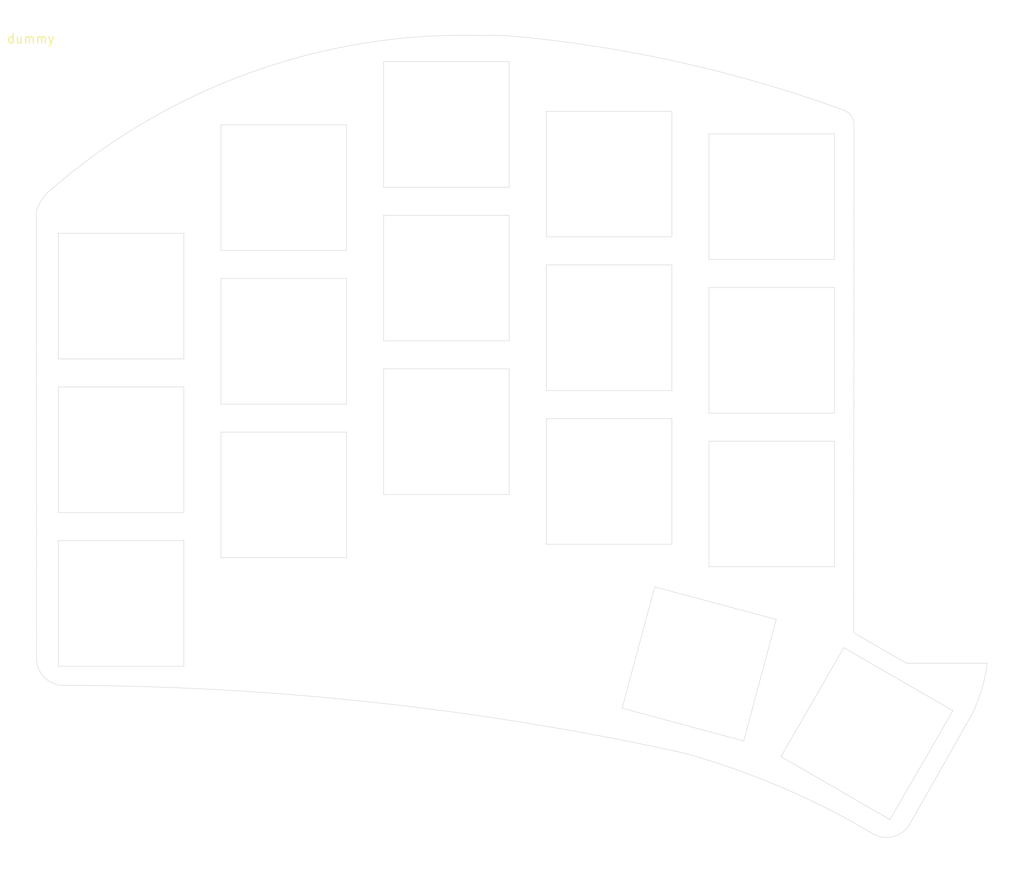
<source format=kicad_pcb>
(kicad_pcb (version 20171130) (host pcbnew 5.1.9)

  (general
    (thickness 1.6)
    (drawings 178)
    (tracks 0)
    (zones 0)
    (modules 1)
    (nets 1)
  )

  (page A4)
  (layers
    (0 F.Cu signal)
    (31 B.Cu signal)
    (32 B.Adhes user)
    (33 F.Adhes user)
    (34 B.Paste user)
    (35 F.Paste user)
    (36 B.SilkS user)
    (37 F.SilkS user)
    (38 B.Mask user)
    (39 F.Mask user)
    (40 Dwgs.User user)
    (41 Cmts.User user)
    (42 Eco1.User user)
    (43 Eco2.User user)
    (44 Edge.Cuts user)
    (45 Margin user)
    (46 B.CrtYd user)
    (47 F.CrtYd user)
    (48 B.Fab user)
    (49 F.Fab user)
  )

  (setup
    (last_trace_width 0.25)
    (trace_clearance 0.2)
    (zone_clearance 0.508)
    (zone_45_only no)
    (trace_min 0.2)
    (via_size 0.8)
    (via_drill 0.4)
    (via_min_size 0.4)
    (via_min_drill 0.3)
    (uvia_size 0.3)
    (uvia_drill 0.1)
    (uvias_allowed no)
    (uvia_min_size 0.2)
    (uvia_min_drill 0.1)
    (edge_width 0.05)
    (segment_width 0.2)
    (pcb_text_width 0.3)
    (pcb_text_size 1.5 1.5)
    (mod_edge_width 0.12)
    (mod_text_size 1 1)
    (mod_text_width 0.15)
    (pad_size 1.524 1.524)
    (pad_drill 0.762)
    (pad_to_mask_clearance 0.05)
    (aux_axis_origin 0 0)
    (visible_elements FFFFFFFF)
    (pcbplotparams
      (layerselection 0x010fc_ffffffff)
      (usegerberextensions false)
      (usegerberattributes true)
      (usegerberadvancedattributes true)
      (creategerberjobfile true)
      (excludeedgelayer true)
      (linewidth 0.100000)
      (plotframeref false)
      (viasonmask false)
      (mode 1)
      (useauxorigin false)
      (hpglpennumber 1)
      (hpglpenspeed 20)
      (hpglpendiameter 15.000000)
      (psnegative false)
      (psa4output false)
      (plotreference false)
      (plotvalue false)
      (plotinvisibletext false)
      (padsonsilk false)
      (subtractmaskfromsilk false)
      (outputformat 1)
      (mirror false)
      (drillshape 0)
      (scaleselection 1)
      (outputdirectory ""))
  )

  (net 0 "")

  (net_class Default "This is the default net class."
    (clearance 0.2)
    (trace_width 0.25)
    (via_dia 0.8)
    (via_drill 0.4)
    (uvia_dia 0.3)
    (uvia_drill 0.1)
  )

  (net_class Power ""
    (clearance 0.2)
    (trace_width 0.3)
    (via_dia 0.8)
    (via_drill 0.4)
    (uvia_dia 0.3)
    (uvia_drill 0.1)
  )

  (module dummy:dummy (layer F.Cu) (tedit 604AAE8F) (tstamp 606383FE)
    (at 12.01 12.03)
    (fp_text reference dummy (at 0 0.5) (layer F.SilkS)
      (effects (font (size 1 1) (thickness 0.15)))
    )
    (fp_text value dummy (at 0 -0.5) (layer F.Fab)
      (effects (font (size 1 1) (thickness 0.15)))
    )
  )

  (gr_line (start 116.174774 87.240588) (end 109.326469 99.33052) (layer Edge.Cuts) (width 0.05) (tstamp 60637E2F))
  (gr_arc (start 106.70685 97.938124) (end 105.29885 100.549389) (angle -90.34182972) (layer Edge.Cuts) (width 0.05) (tstamp 60637E1B))
  (gr_arc (start 61.59 173.76) (end 105.29885 100.549389) (angle -15.53366677) (layer Edge.Cuts) (width 0.05) (tstamp 60637DF1))
  (gr_arc (start 15.157962 407.009423) (end 84.096173 91.518105) (angle -12.26886215) (layer Edge.Cuts) (width 0.05) (tstamp 60637D5A))
  (gr_arc (start 15.157962 407.009438) (end 84.370665 90.557556) (angle -12.23959981) (layer Cmts.User) (width 0.15) (tstamp 60637D5A))
  (gr_arc (start 15.650018 81.077212) (end 12.650019 81.147211) (angle -85.4164945) (layer Edge.Cuts) (width 0.05) (tstamp 60637D36))
  (gr_line (start 12.631572 31.580502) (end 12.650019 81.147211) (layer Edge.Cuts) (width 0.05) (tstamp 60637C87))
  (gr_arc (start 17.470803 33.12706) (end 14.470803 29.02706) (angle -36.08355995) (layer Edge.Cuts) (width 0.05) (tstamp 60637C63))
  (gr_arc (start 59.971713 81.838125) (end 60.313324 12.129986) (angle -41.02828093) (layer Edge.Cuts) (width 0.05) (tstamp 60637C47))
  (gr_line (start 64.208611 12.13669) (end 60.313324 12.129986) (layer Edge.Cuts) (width 0.05) (tstamp 60637C32))
  (gr_arc (start 52.262974 156.65255) (end 102.086813 20.472092) (angle -15.37056041) (layer Edge.Cuts) (width 0.05) (tstamp 60637C12))
  (gr_arc (start 101.35 22.059419) (end 103.1 22.059419) (angle -65.09998996) (layer Edge.Cuts) (width 0.05) (tstamp 60637BFB))
  (gr_line (start 103.08 78.26) (end 103.1 22.059419) (layer Edge.Cuts) (width 0.05) (tstamp 60637B8B))
  (gr_line (start 108.9 81.62) (end 103.08 78.26) (layer Edge.Cuts) (width 0.05))
  (gr_line (start 117.84 81.62) (end 108.9 81.62) (layer Edge.Cuts) (width 0.05))
  (gr_arc (start 100.185923 79.446557) (end 116.174774 87.240588) (angle -18.96916069) (layer Edge.Cuts) (width 0.05) (tstamp 60637AD3))
  (gr_arc (start 101.34 21.839419) (end 107.08 21.81) (angle -70.48034004) (layer Cmts.User) (width 0.05) (tstamp 606377C6))
  (gr_line (start 121.883174 72.291074) (end 119.03 72.29) (layer Cmts.User) (width 0.05) (tstamp 6063766C))
  (gr_line (start 119.03 79.58) (end 119.03 72.29) (layer Cmts.User) (width 0.05))
  (gr_line (start 121.883174 79.581074) (end 119.03 79.58) (layer Cmts.User) (width 0.05))
  (gr_arc (start 118.58 53.26) (end 121.894999 53.129082) (angle -85.10000809) (layer Cmts.User) (width 0.05) (tstamp 6063753A))
  (gr_arc (start 100.161149 79.415969) (end 119.626163 89.058939) (angle -25.91833388) (layer Cmts.User) (width 0.05) (tstamp 606374FE))
  (gr_arc (start 106.688 97.938735) (end 104.608804 104.501378) (angle -79.78441836) (layer Cmts.User) (width 0.05) (tstamp 60637467))
  (gr_arc (start 16.848055 32.971668) (end 11.20874 27.019422) (angle -45.48652821) (layer Cmts.User) (width 0.05) (tstamp 6063720E))
  (gr_arc (start 58.385367 76.935854) (end 57.528777 8.258706) (angle -42.6690406) (layer Cmts.User) (width 0.05) (tstamp 6063712B))
  (gr_line (start 119.626163 89.058939) (end 112.777858 101.148871) (layer Cmts.User) (width 0.05) (tstamp 606370C4))
  (gr_arc (start 60.560804 178.672643) (end 104.608804 104.501378) (angle -18.59350635) (layer Cmts.User) (width 0.05) (tstamp 6063706F))
  (gr_line (start 121.894999 53.129082) (end 121.883174 72.291074) (layer Cmts.User) (width 0.05) (tstamp 6063700C))
  (gr_line (start 107.13 49.94) (end 118.732717 49.945934) (layer Cmts.User) (width 0.05) (tstamp 60636FED))
  (gr_line (start 107.13 49.94) (end 107.08 21.81) (layer Cmts.User) (width 0.05) (tstamp 60636F5A))
  (gr_arc (start 54.462442 151.952303) (end 103.23018 16.419485) (angle -15.71010077) (layer Cmts.User) (width 0.05) (tstamp 60636EE6))
  (gr_line (start 64.710171 8.277597) (end 57.528777 8.258706) (layer Cmts.User) (width 0.05) (tstamp 60636ECF))
  (gr_arc (start 14.439258 411.808108) (end 78.660051 94.327992) (angle -11.29848431) (layer Cmts.User) (width 0.05) (tstamp 60636E58))
  (gr_arc (start 15.03 81.5) (end 8.63 81.63) (angle -90.48950652) (layer Cmts.User) (width 0.05) (tstamp 60636E2B))
  (gr_arc (start 15.650018 81.077212) (end 13.650019 81.147211) (angle -89.7) (layer Cmts.User) (width 0.15) (tstamp 60636DE9))
  (gr_line (start 8.65 32.82) (end 8.63 81.63) (layer Cmts.User) (width 0.05) (tstamp 60636DD4))
  (gr_line (start 68.75 70.25) (end 68.75 82.75) (layer Cmts.User) (width 0.15) (tstamp 606369FE))
  (gr_line (start 67.25 70.25) (end 68.75 70.25) (layer Cmts.User) (width 0.15))
  (gr_line (start 67.25 82.75) (end 67.25 70.25) (layer Cmts.User) (width 0.15))
  (gr_line (start 68.75 82.75) (end 67.25 82.75) (layer Cmts.User) (width 0.15))
  (gr_line (start 70 84) (end 70 79.75) (layer Cmts.User) (width 0.15) (tstamp 606369F4))
  (gr_line (start 74 84) (end 70 84) (layer Cmts.User) (width 0.15))
  (gr_line (start 74 79.75) (end 74 84) (layer Cmts.User) (width 0.15))
  (gr_line (start 70 79.75) (end 74 79.75) (layer Cmts.User) (width 0.15))
  (gr_line (start 70 78.5) (end 70 74.25) (layer Cmts.User) (width 0.15) (tstamp 606369EA))
  (gr_line (start 74 78.5) (end 70 78.5) (layer Cmts.User) (width 0.15))
  (gr_line (start 74 74.25) (end 74 78.5) (layer Cmts.User) (width 0.15))
  (gr_line (start 70 74.25) (end 74 74.25) (layer Cmts.User) (width 0.15))
  (gr_line (start 54.25 84.75) (end 54.25 83.25) (layer Cmts.User) (width 0.15) (tstamp 606369DD))
  (gr_line (start 66.75 84.75) (end 54.25 84.75) (layer Cmts.User) (width 0.15))
  (gr_line (start 66.75 83.25) (end 66.75 84.75) (layer Cmts.User) (width 0.15))
  (gr_line (start 54.25 83.25) (end 66.75 83.25) (layer Cmts.User) (width 0.15))
  (gr_line (start 52.25 82.75) (end 52.25 70.25) (layer Cmts.User) (width 0.15) (tstamp 606369D3))
  (gr_line (start 53.75 82.75) (end 52.25 82.75) (layer Cmts.User) (width 0.15))
  (gr_line (start 53.75 70.25) (end 53.75 82.75) (layer Cmts.User) (width 0.15))
  (gr_line (start 52.25 70.25) (end 53.75 70.25) (layer Cmts.User) (width 0.15))
  (gr_line (start 54.25 69.75) (end 54.25 68.25) (layer Cmts.User) (width 0.15) (tstamp 606369CA))
  (gr_line (start 66.75 69.75) (end 54.25 69.75) (layer Cmts.User) (width 0.15))
  (gr_line (start 66.75 68.25) (end 66.75 69.75) (layer Cmts.User) (width 0.15))
  (gr_line (start 54.25 68.25) (end 66.75 68.25) (layer Cmts.User) (width 0.15))
  (gr_line (start 55.25 81.75) (end 55.25 71.25) (layer Cmts.User) (width 0.15) (tstamp 606369BE))
  (gr_line (start 65.75 81.75) (end 55.25 81.75) (layer Cmts.User) (width 0.15))
  (gr_line (start 65.75 71.25) (end 65.75 81.75) (layer Cmts.User) (width 0.15))
  (gr_line (start 55.25 71.25) (end 65.75 71.25) (layer Cmts.User) (width 0.15))
  (gr_line (start 52.5 65.5) (end 52.5 67.5) (layer Cmts.User) (width 0.15) (tstamp 606369A6))
  (gr_line (start 60.5 65.5) (end 52.5 65.5) (layer Cmts.User) (width 0.15))
  (gr_line (start 60.5 67.5) (end 60.5 65.5) (layer Cmts.User) (width 0.15))
  (gr_line (start 52.5 67.5) (end 60.5 67.5) (layer Cmts.User) (width 0.15))
  (gr_line (start 42.5 74.25) (end 38.5 74.25) (layer Cmts.User) (width 0.15) (tstamp 60636996))
  (gr_line (start 42.5 75.5) (end 42.5 74.25) (layer Cmts.User) (width 0.15))
  (gr_line (start 47.5 75.5) (end 42.5 75.5) (layer Cmts.User) (width 0.15))
  (gr_line (start 47.5 78) (end 47.5 75.5) (layer Cmts.User) (width 0.15))
  (gr_line (start 46.75 78) (end 47.5 78) (layer Cmts.User) (width 0.15))
  (gr_line (start 46.75 81.75) (end 46.75 78) (layer Cmts.User) (width 0.15))
  (gr_line (start 42.5 81.75) (end 46.75 81.75) (layer Cmts.User) (width 0.15))
  (gr_line (start 42.5 82.25) (end 42.5 81.75) (layer Cmts.User) (width 0.15))
  (gr_line (start 38.5 82.25) (end 42.5 82.25) (layer Cmts.User) (width 0.15))
  (gr_line (start 38.5 74.25) (end 38.5 82.25) (layer Cmts.User) (width 0.15))
  (gr_line (start 106.225 51.85) (end 103.875 51.85) (layer Eco1.User) (width 0.15) (tstamp 606367DF))
  (gr_line (start 103.65 72.925) (end 104.81 72.82) (layer Eco1.User) (width 0.15))
  (gr_line (start 103.875 51.85) (end 103.65 72.925) (layer Eco1.User) (width 0.15))
  (gr_line (start 116.975 51.875) (end 106.3 51.875) (layer Eco1.User) (width 0.15) (tstamp 6063679E))
  (gr_line (start 116.925 73.1) (end 116.975 51.875) (layer Eco1.User) (width 0.15))
  (gr_line (start 118.975 73.125) (end 116.925 73.1) (layer Eco1.User) (width 0.15))
  (gr_line (start 118.975 78.8) (end 118.975 73.125) (layer Eco1.User) (width 0.15))
  (gr_line (start 117.125 78.85) (end 118.975 78.8) (layer Eco1.User) (width 0.15))
  (gr_line (start 117.15 79.1) (end 117.125 78.85) (layer Eco1.User) (width 0.15))
  (gr_line (start 116.45 79.1) (end 117.15 79.1) (layer Eco1.User) (width 0.15))
  (gr_line (start 116.55 81.675) (end 116.45 79.1) (layer Eco1.User) (width 0.15))
  (gr_line (start 108.9 81.65) (end 116.55 81.675) (layer Eco1.User) (width 0.15))
  (gr_line (start 108.825 79.175) (end 108.9 81.65) (layer Eco1.User) (width 0.15))
  (gr_line (start 104.875 79.125) (end 108.825 79.175) (layer Eco1.User) (width 0.15))
  (gr_line (start 104.8 72.825) (end 104.875 79.125) (layer Eco1.User) (width 0.15))
  (gr_line (start 95.025 91.95) (end 101.975 79.9) (layer Edge.Cuts) (width 0.05) (tstamp 60636729))
  (gr_line (start 107.075 98.925) (end 95.025 91.95) (layer Edge.Cuts) (width 0.05))
  (gr_line (start 114.05 86.875) (end 107.075 98.925) (layer Edge.Cuts) (width 0.05))
  (gr_line (start 101.975 79.9) (end 114.05 86.875) (layer Edge.Cuts) (width 0.05))
  (gr_line (start 77.45 86.6) (end 81.05 73.175) (layer Edge.Cuts) (width 0.05) (tstamp 606366D7))
  (gr_line (start 90.9 90.225) (end 77.45 86.6) (layer Edge.Cuts) (width 0.05))
  (gr_line (start 94.5 76.775) (end 90.9 90.225) (layer Edge.Cuts) (width 0.05))
  (gr_line (start 81.05 73.175) (end 94.5 76.775) (layer Edge.Cuts) (width 0.05))
  (gr_line (start 100.95 53.95) (end 87.05 53.95) (layer Edge.Cuts) (width 0.05) (tstamp 6063653A))
  (gr_line (start 100.95 36.95) (end 87.05 36.95) (layer Edge.Cuts) (width 0.05) (tstamp 60636539))
  (gr_line (start 100.95 57.05) (end 100.95 70.95) (layer Edge.Cuts) (width 0.05) (tstamp 60636538))
  (gr_line (start 87.05 57.05) (end 100.95 57.05) (layer Edge.Cuts) (width 0.05) (tstamp 60636537))
  (gr_line (start 100.95 70.95) (end 87.05 70.95) (layer Edge.Cuts) (width 0.05) (tstamp 60636536))
  (gr_line (start 87.05 23.05) (end 100.95 23.05) (layer Edge.Cuts) (width 0.05) (tstamp 60636535))
  (gr_line (start 87.05 53.95) (end 87.05 40.05) (layer Edge.Cuts) (width 0.05) (tstamp 60636534))
  (gr_line (start 100.95 23.05) (end 100.95 36.95) (layer Edge.Cuts) (width 0.05) (tstamp 60636533))
  (gr_line (start 87.05 70.95) (end 87.05 57.05) (layer Edge.Cuts) (width 0.05) (tstamp 60636532))
  (gr_line (start 100.95 40.05) (end 100.95 53.95) (layer Edge.Cuts) (width 0.05) (tstamp 60636531))
  (gr_line (start 87.05 40.05) (end 100.95 40.05) (layer Edge.Cuts) (width 0.05) (tstamp 60636530))
  (gr_line (start 87.05 36.95) (end 87.05 23.05) (layer Edge.Cuts) (width 0.05) (tstamp 6063652F))
  (gr_line (start 82.95 51.45) (end 69.05 51.45) (layer Edge.Cuts) (width 0.05) (tstamp 60636516))
  (gr_line (start 82.95 34.45) (end 69.05 34.45) (layer Edge.Cuts) (width 0.05) (tstamp 60636515))
  (gr_line (start 69.05 20.55) (end 82.95 20.55) (layer Edge.Cuts) (width 0.05) (tstamp 60636514))
  (gr_line (start 69.05 51.45) (end 69.05 37.55) (layer Edge.Cuts) (width 0.05) (tstamp 60636513))
  (gr_line (start 82.95 37.55) (end 82.95 51.45) (layer Edge.Cuts) (width 0.05) (tstamp 60636512))
  (gr_line (start 69.05 37.55) (end 82.95 37.55) (layer Edge.Cuts) (width 0.05) (tstamp 60636511))
  (gr_line (start 82.95 20.55) (end 82.95 34.45) (layer Edge.Cuts) (width 0.05) (tstamp 60636510))
  (gr_line (start 69.05 68.45) (end 69.05 54.55) (layer Edge.Cuts) (width 0.05) (tstamp 6063650F))
  (gr_line (start 82.95 54.55) (end 82.95 68.45) (layer Edge.Cuts) (width 0.05) (tstamp 6063650E))
  (gr_line (start 69.05 54.55) (end 82.95 54.55) (layer Edge.Cuts) (width 0.05) (tstamp 6063650D))
  (gr_line (start 82.95 68.45) (end 69.05 68.45) (layer Edge.Cuts) (width 0.05) (tstamp 6063650C))
  (gr_line (start 69.05 34.45) (end 69.05 20.55) (layer Edge.Cuts) (width 0.05) (tstamp 6063650B))
  (gr_line (start 51.05 49.05) (end 64.95 49.05) (layer Edge.Cuts) (width 0.05) (tstamp 606364F2))
  (gr_line (start 64.95 62.95) (end 51.05 62.95) (layer Edge.Cuts) (width 0.05) (tstamp 606364F1))
  (gr_line (start 64.95 45.95) (end 51.05 45.95) (layer Edge.Cuts) (width 0.05) (tstamp 606364F0))
  (gr_line (start 64.95 32.05) (end 64.95 45.95) (layer Edge.Cuts) (width 0.05) (tstamp 606364EF))
  (gr_line (start 51.05 15.05) (end 64.95 15.05) (layer Edge.Cuts) (width 0.05) (tstamp 606364EE))
  (gr_line (start 64.95 15.05) (end 64.95 28.95) (layer Edge.Cuts) (width 0.05) (tstamp 606364ED))
  (gr_line (start 51.05 62.95) (end 51.05 49.05) (layer Edge.Cuts) (width 0.05) (tstamp 606364EC))
  (gr_line (start 64.95 49.05) (end 64.95 62.95) (layer Edge.Cuts) (width 0.05) (tstamp 606364EB))
  (gr_line (start 51.05 28.95) (end 51.05 15.05) (layer Edge.Cuts) (width 0.05) (tstamp 606364EA))
  (gr_line (start 51.05 32.05) (end 64.95 32.05) (layer Edge.Cuts) (width 0.05) (tstamp 606364E9))
  (gr_line (start 64.95 28.95) (end 51.05 28.95) (layer Edge.Cuts) (width 0.05) (tstamp 606364E8))
  (gr_line (start 51.05 45.95) (end 51.05 32.05) (layer Edge.Cuts) (width 0.05) (tstamp 606364E7))
  (gr_line (start 46.95 39.05) (end 46.95 52.95) (layer Edge.Cuts) (width 0.05) (tstamp 606364CE))
  (gr_line (start 46.95 22.05) (end 46.95 35.95) (layer Edge.Cuts) (width 0.05) (tstamp 606364CD))
  (gr_line (start 33.05 69.95) (end 33.05 56.05) (layer Edge.Cuts) (width 0.05) (tstamp 606364CC))
  (gr_line (start 33.05 22.05) (end 46.95 22.05) (layer Edge.Cuts) (width 0.05) (tstamp 606364CB))
  (gr_line (start 46.95 69.95) (end 33.05 69.95) (layer Edge.Cuts) (width 0.05) (tstamp 606364CA))
  (gr_line (start 46.95 35.95) (end 33.05 35.95) (layer Edge.Cuts) (width 0.05) (tstamp 606364C9))
  (gr_line (start 33.05 52.95) (end 33.05 39.05) (layer Edge.Cuts) (width 0.05) (tstamp 606364C8))
  (gr_line (start 33.05 39.05) (end 46.95 39.05) (layer Edge.Cuts) (width 0.05) (tstamp 606364C7))
  (gr_line (start 46.95 56.05) (end 46.95 69.95) (layer Edge.Cuts) (width 0.05) (tstamp 606364C6))
  (gr_line (start 46.95 52.95) (end 33.05 52.95) (layer Edge.Cuts) (width 0.05) (tstamp 606364C5))
  (gr_line (start 33.05 35.95) (end 33.05 22.05) (layer Edge.Cuts) (width 0.05) (tstamp 606364C4))
  (gr_line (start 33.05 56.05) (end 46.95 56.05) (layer Edge.Cuts) (width 0.05) (tstamp 606364C3))
  (gr_line (start 28.95 68.05) (end 28.95 81.95) (layer Edge.Cuts) (width 0.05) (tstamp 606363F9))
  (gr_line (start 15.05 81.95) (end 15.05 68.05) (layer Edge.Cuts) (width 0.05) (tstamp 606363F8))
  (gr_line (start 15.05 68.05) (end 28.95 68.05) (layer Edge.Cuts) (width 0.05) (tstamp 606363F7))
  (gr_line (start 28.95 81.95) (end 15.05 81.95) (layer Edge.Cuts) (width 0.05) (tstamp 606363F6))
  (gr_line (start 28.95 51.05) (end 28.95 64.95) (layer Edge.Cuts) (width 0.05) (tstamp 606363E4))
  (gr_line (start 15.05 51.05) (end 28.95 51.05) (layer Edge.Cuts) (width 0.05) (tstamp 606363E3))
  (gr_line (start 28.95 64.95) (end 15.05 64.95) (layer Edge.Cuts) (width 0.05) (tstamp 606363E2))
  (gr_line (start 15.05 64.95) (end 15.05 51.05) (layer Edge.Cuts) (width 0.05) (tstamp 606363E1))
  (gr_line (start 15.05 47.95) (end 15.05 34.05) (layer Edge.Cuts) (width 0.05) (tstamp 606363C2))
  (gr_line (start 28.95 47.95) (end 15.05 47.95) (layer Edge.Cuts) (width 0.05))
  (gr_line (start 28.95 34.05) (end 28.95 47.95) (layer Edge.Cuts) (width 0.05))
  (gr_line (start 15.05 34.05) (end 28.95 34.05) (layer Edge.Cuts) (width 0.05))
  (gr_arc (start 17.48 33.13) (end 15.035 29.885) (angle -35.4) (layer Cmts.User) (width 0.15) (tstamp 5F45BAB8))
  (gr_arc (start 52.262442 156.652303) (end 101.665245 21.378889) (angle -15.3) (layer Cmts.User) (width 0.15) (tstamp 5F45BAB6))
  (gr_arc (start 101.35 22.059419) (end 102.1 22.059419) (angle -65.1) (layer Cmts.User) (width 0.15) (tstamp 5F45BAB5))
  (gr_line (start 64.208637 13.136374) (end 60.008389 13.128139) (layer Cmts.User) (width 0.15) (tstamp 5F45BAB3))
  (gr_arc (start 60.008389 81.858139) (end 60.008389 13.128139) (angle -40.9) (layer Cmts.User) (width 0.15) (tstamp 5F45BAB2))
  (gr_line (start 116.965001 52.600918) (end 116.964908 79.587473) (layer Cmts.User) (width 0.15) (tstamp 5F359724))
  (gr_arc (start 15.157962 407.009453) (end 84.370665 90.557571) (angle -12.23959981) (layer Cmts.User) (width 0.15) (tstamp 5EDCBAB7))
  (gr_arc (start 100.191149 79.445969) (end 115.218305 86.900068) (angle -25.9) (layer Cmts.User) (width 0.15) (tstamp 5EDAA9C2))
  (gr_line (start 115.218305 86.900068) (end 108.37 98.99) (layer Cmts.User) (width 0.15) (tstamp 5EDAAAB5))
  (gr_line (start 102.15 49.899082) (end 102.1 22.059419) (layer Cmts.User) (width 0.15) (tstamp 5EDAB87D))
  (gr_arc (start 104.149999 49.829083) (end 102.15 49.899082) (angle -89) (layer Cmts.User) (width 0.15) (tstamp 5EDAB87A))
  (gr_arc (start 61.59 173.76) (end 105.638 99.588735) (angle -15.4) (layer Cmts.User) (width 0.15) (tstamp 5EDABA84))
  (gr_arc (start 15.650018 81.077212) (end 13.650019 81.147211) (angle -89.7) (layer Cmts.User) (width 0.15) (tstamp 5EDAA8DE))
  (gr_arc (start 106.708 97.938735) (end 105.638 99.588735) (angle -90.6) (layer Cmts.User) (width 0.15) (tstamp 5EDAABA5))
  (gr_arc (start 116.215001 52.600918) (end 116.965001 52.600918) (angle -90) (layer Cmts.User) (width 0.15) (tstamp 5EDAB58F))
  (gr_line (start 104.185001 51.83) (end 116.215001 51.850918) (layer Cmts.User) (width 0.15) (tstamp 5EDAB58C))
  (gr_line (start 13.608055 31.898702) (end 13.650019 81.147211) (layer Cmts.User) (width 0.15) (tstamp 5EDAB9D6))

)

</source>
